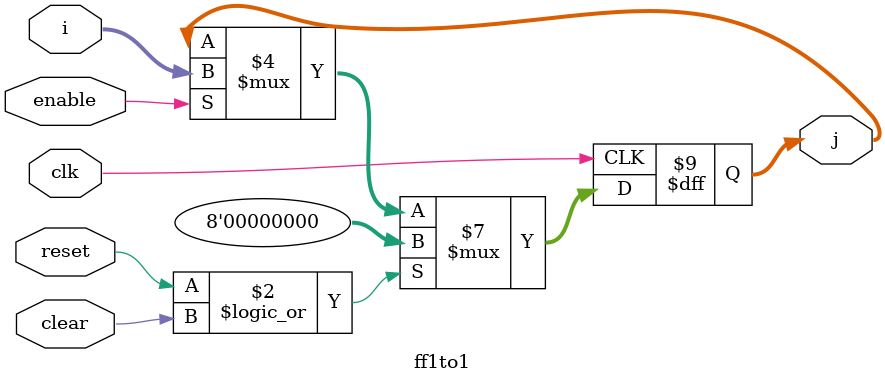
<source format=v>
module ff1to1(
    
    input wire [WIDTH - 1:0] i,
    output reg [WIDTH - 1:0] j,
    input wire clk,
    input wire reset,
    input wire enable,
    input wire clear
    );


    parameter WIDTH = 8;
    
    always @ (posedge clk)
        if(reset || clear) j <= 0;
        else if (enable) j <= i;
        else
            j <= j;

endmodule

</source>
